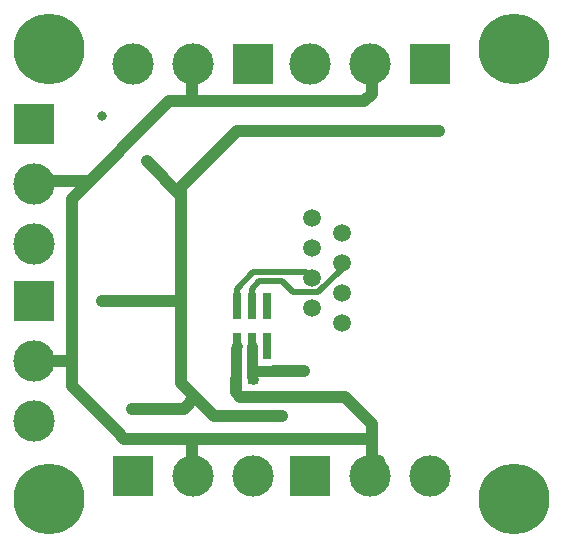
<source format=gtl>
G04 #@! TF.GenerationSoftware,KiCad,Pcbnew,(5.1.6)-1*
G04 #@! TF.CreationDate,2023-04-30T23:16:11+02:00*
G04 #@! TF.ProjectId,hub-1-wire,6875622d-312d-4776-9972-652e6b696361,rev?*
G04 #@! TF.SameCoordinates,Original*
G04 #@! TF.FileFunction,Copper,L1,Top*
G04 #@! TF.FilePolarity,Positive*
%FSLAX46Y46*%
G04 Gerber Fmt 4.6, Leading zero omitted, Abs format (unit mm)*
G04 Created by KiCad (PCBNEW (5.1.6)-1) date 2023-04-30 23:16:11*
%MOMM*%
%LPD*%
G01*
G04 APERTURE LIST*
G04 #@! TA.AperFunction,ComponentPad*
%ADD10C,6.000000*%
G04 #@! TD*
G04 #@! TA.AperFunction,ComponentPad*
%ADD11C,0.800000*%
G04 #@! TD*
G04 #@! TA.AperFunction,ComponentPad*
%ADD12R,3.500000X3.500000*%
G04 #@! TD*
G04 #@! TA.AperFunction,ComponentPad*
%ADD13C,3.500000*%
G04 #@! TD*
G04 #@! TA.AperFunction,ComponentPad*
%ADD14C,1.500000*%
G04 #@! TD*
G04 #@! TA.AperFunction,SMDPad,CuDef*
%ADD15R,0.800000X2.200000*%
G04 #@! TD*
G04 #@! TA.AperFunction,SMDPad,CuDef*
%ADD16R,0.900000X0.900000*%
G04 #@! TD*
G04 #@! TA.AperFunction,Conductor*
%ADD17C,0.900000*%
G04 #@! TD*
G04 #@! TA.AperFunction,Conductor*
%ADD18C,1.000000*%
G04 #@! TD*
G04 #@! TA.AperFunction,Conductor*
%ADD19C,0.500000*%
G04 #@! TD*
G04 APERTURE END LIST*
D10*
X236220000Y-111760000D03*
X196850000Y-111760000D03*
X236220000Y-73660000D03*
X196850000Y-73660000D03*
D11*
X205105000Y-83185000D03*
X201295000Y-79375000D03*
X218440000Y-100965000D03*
X216535000Y-104775000D03*
X203835000Y-104140000D03*
X201295000Y-94996000D03*
X229870000Y-80645000D03*
X213995000Y-80645000D03*
X208026000Y-86106000D03*
D12*
X218948000Y-109855000D03*
D13*
X229108000Y-109855000D03*
X224028000Y-109855000D03*
D12*
X203962000Y-109855000D03*
D13*
X214122000Y-109855000D03*
X209042000Y-109855000D03*
D12*
X195580000Y-94996000D03*
D13*
X195580000Y-105156000D03*
X195580000Y-100076000D03*
D12*
X195580000Y-80010000D03*
D13*
X195580000Y-90170000D03*
X195580000Y-85090000D03*
D12*
X214122000Y-74930000D03*
D13*
X203962000Y-74930000D03*
X209042000Y-74930000D03*
D12*
X229108000Y-74930000D03*
D13*
X218948000Y-74930000D03*
X224028000Y-74930000D03*
D14*
X221615000Y-94360000D03*
X219075000Y-88010000D03*
X221615000Y-89280000D03*
X219075000Y-95630000D03*
X221615000Y-91820000D03*
X219075000Y-93090000D03*
X219075000Y-90550000D03*
X221615000Y-96900000D03*
D15*
X213995000Y-98882200D03*
X215265000Y-98882200D03*
X212725000Y-98882200D03*
X215265000Y-95427800D03*
X213995000Y-95427800D03*
X212725000Y-95427800D03*
D16*
X214085000Y-101600000D03*
X212635000Y-101600000D03*
D17*
X213995000Y-98882200D02*
X213995000Y-100965000D01*
X213995000Y-101510000D02*
X214085000Y-101600000D01*
X213995000Y-100965000D02*
X213995000Y-101510000D01*
D18*
X215900000Y-100965000D02*
X218440000Y-100965000D01*
D17*
X215900000Y-100965000D02*
X213995000Y-100965000D01*
X217170000Y-100965000D02*
X215900000Y-100965000D01*
D19*
X212725000Y-94615000D02*
X212725000Y-95427800D01*
X212725000Y-93980000D02*
X212725000Y-94615000D01*
X214122500Y-92582500D02*
X212725000Y-93980000D01*
X218567500Y-92582500D02*
X214122500Y-92582500D01*
X219075000Y-93090000D02*
X218567500Y-92582500D01*
D17*
X212635000Y-98972200D02*
X212725000Y-98882200D01*
X212635000Y-101600000D02*
X212635000Y-98972200D01*
D18*
X212635000Y-102780000D02*
X212635000Y-101600000D01*
X213042500Y-103187500D02*
X212635000Y-102780000D01*
X221932500Y-103187500D02*
X213042500Y-103187500D01*
X208915000Y-76200000D02*
X210185000Y-74930000D01*
X208915000Y-108585000D02*
X210185000Y-109855000D01*
X224790000Y-108585000D02*
X223520000Y-109855000D01*
X195580000Y-100076000D02*
X198755000Y-100076000D01*
X198755000Y-101981000D02*
X198755000Y-100076000D01*
X202565000Y-106045000D02*
X198755000Y-102235000D01*
X203200000Y-106680000D02*
X202565000Y-106045000D01*
X208915000Y-109855000D02*
X208915000Y-106680000D01*
X224155000Y-105410000D02*
X222567500Y-103822500D01*
X222567500Y-103822500D02*
X221932500Y-103187500D01*
X224155000Y-106680000D02*
X224155000Y-105410000D01*
X224155000Y-109855000D02*
X224155000Y-106680000D01*
X208280000Y-106680000D02*
X203200000Y-106680000D01*
X208280000Y-106680000D02*
X224155000Y-106680000D01*
X208915000Y-106680000D02*
X208280000Y-106680000D01*
X208915000Y-76200000D02*
X208915000Y-74930000D01*
X195580000Y-84836000D02*
X200025000Y-84836000D01*
X223520000Y-78105000D02*
X212725000Y-78105000D01*
X212725000Y-78105000D02*
X212090000Y-78105000D01*
X208915000Y-74930000D02*
X208915000Y-78105000D01*
X212725000Y-78105000D02*
X208915000Y-78105000D01*
X224155000Y-77470000D02*
X223520000Y-78105000D01*
X224155000Y-74930000D02*
X224155000Y-77470000D01*
X198755000Y-86360000D02*
X207010000Y-78105000D01*
X207010000Y-78105000D02*
X208915000Y-78105000D01*
X198755000Y-87757000D02*
X198755000Y-86360000D01*
X198755000Y-100076000D02*
X198755000Y-87757000D01*
X229870000Y-80645000D02*
X213995000Y-80645000D01*
X208026000Y-86106000D02*
X208026000Y-85344000D01*
X212725000Y-80645000D02*
X213995000Y-80645000D01*
X208026000Y-85344000D02*
X212725000Y-80645000D01*
X208026000Y-90551000D02*
X208026000Y-91694000D01*
X208026000Y-90551000D02*
X208026000Y-94869000D01*
X208026000Y-86106000D02*
X208026000Y-90551000D01*
X208026000Y-97409000D02*
X208026000Y-94869000D01*
X216535000Y-104775000D02*
X210820000Y-104775000D01*
X208026000Y-101981000D02*
X208026000Y-97409000D01*
X205105000Y-83185000D02*
X208026000Y-86106000D01*
X208280000Y-104140000D02*
X209232500Y-103187500D01*
X203835000Y-104140000D02*
X208280000Y-104140000D01*
X210820000Y-104775000D02*
X209232500Y-103187500D01*
X209232500Y-103187500D02*
X208026000Y-101981000D01*
X207899000Y-94996000D02*
X208026000Y-94869000D01*
X201295000Y-94996000D02*
X207899000Y-94996000D01*
D19*
X213995000Y-95427800D02*
X213995000Y-93980000D01*
X213995000Y-93980000D02*
X214630000Y-93345000D01*
X214630000Y-93345000D02*
X216535000Y-93345000D01*
X221615000Y-92326002D02*
X221615000Y-91820000D01*
X219651001Y-94290001D02*
X221615000Y-92326002D01*
X217480001Y-94290001D02*
X219651001Y-94290001D01*
X216535000Y-93345000D02*
X217480001Y-94290001D01*
X221615000Y-91820000D02*
X221615000Y-91313998D01*
M02*

</source>
